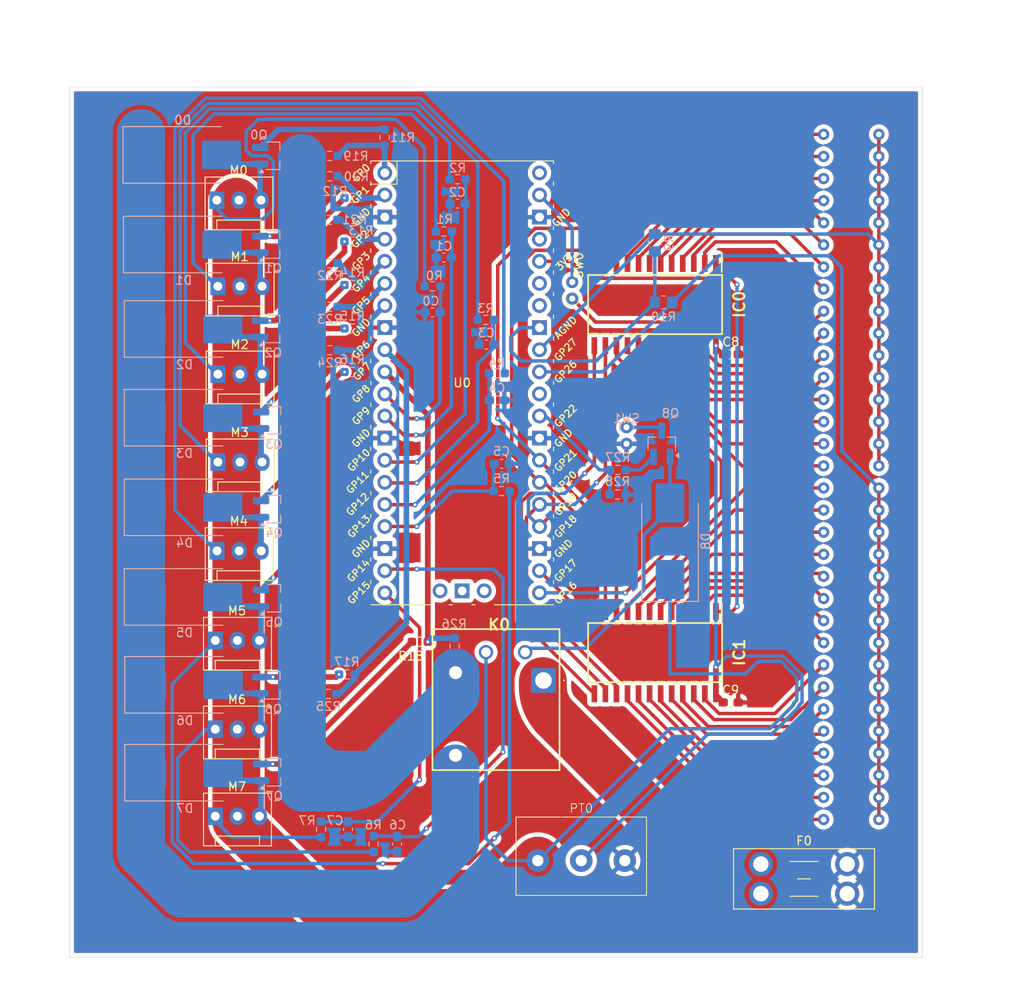
<source format=kicad_pcb>
(kicad_pcb (version 20241229) (generator "pcbnew") (generator_version "9.0")
  (layers (0 "F.Cu" mixed) (2 "B.Cu" mixed) (13 "F.Paste" user) (15 "B.Paste" user) (5 "F.SilkS" user "F.Silkscreen") (7 "B.SilkS" user "B.Silkscreen") (1 "F.Mask" user) (3 "B.Mask" user) (25 "Edge.Cuts" user))
  (net 0 "")
  (net 1 "GND")
  (net 2 "/Tacho5")
  (net 3 "/Relay_closed")
  (net 4 "/NMOS-FAN0")
  (net 5 "/NMOS-FAN1")
  (net 6 "/NMOS-FAN2")
  (net 7 "/NMOS-FAN3")
  (net 8 "/NMOS-FAN4")
  (net 9 "/NMOS-FAN5")
  (net 10 "/NMOS-FAN6")
  (net 11 "/NMOS-FAN7")
  (net 12 "Net-(D8-A)")
  (net 13 "+12V")
  (net 14 "Net-(K0-COM)")
  (net 15 "/DEMUX-Thermistor12")
  (net 16 "/DEMUX-Thermistor5")
  (net 17 "/DEMUX-Thermistor13")
  (net 18 "/DEMUX-Thermistor7")
  (net 19 "/DEMUX-Address0")
  (net 20 "/DEMUX-Thermistor3")
  (net 21 "/DEMUX(0-15)_Disable")
  (net 22 "/DEMUX-Address2")
  (net 23 "/DEMUX-Thermistor2")
  (net 24 "+5V")
  (net 25 "/DEMUX-Thermistor6")
  (net 26 "/DEMUX-Thermistor10")
  (net 27 "/DEMUX 3.3V")
  (net 28 "/DEMUX-Thermistor14")
  (net 29 "/DEMUX-Thermistor9")
  (net 30 "/DEMUX-Thermistor4")
  (net 31 "/DEMUX-Thermistor0")
  (net 32 "/DEMUX-Thermistor15")
  (net 33 "/DEMUX-Address3")
  (net 34 "/DEMUX-Thermistor1")
  (net 35 "/DEMUX-Thermistor11")
  (net 36 "/DEMUX-Thermistor8")
  (net 37 "/DEMUX-Address1")
  (net 38 "/DEMUX-Thermistor19")
  (net 39 "/DEMUX-Thermistor16")
  (net 40 "/DEMUX-Thermistor26")
  (net 41 "/DEMUX-Thermistor28")
  (net 42 "/DEMUX-Thermistor25")
  (net 43 "/DEMUX-Thermistor31")
  (net 44 "/DEMUX-Thermistor29")
  (net 45 "/DEMUX-Thermistor17")
  (net 46 "/DEMUX-Thermistor21")
  (net 47 "/DEMUX-Thermistor22")
  (net 48 "/DEMUX-Thermistor27")
  (net 49 "/DEMUX-Thermistor24")
  (net 50 "/DEMUX-Thermistor30")
  (net 51 "/DEMUX-Thermistor18")
  (net 52 "/DEMUX-Thermistor23")
  (net 53 "/DEMUX-Thermistor20")
  (net 54 "/DEMUX(16-31)_Disable")
  (net 55 "/Relay_open")
  (net 56 "/FAN_TACHO0")
  (net 57 "/FAN_TACHO1")
  (net 58 "/FAN_TACHO2")
  (net 59 "/FAN_TACHO3")
  (net 60 "/FAN_TACHO4")
  (net 61 "/FAN_TACHO5")
  (net 62 "/FAN_TACHO6")
  (net 63 "/FAN_TACHO7")
  (net 64 "Net-(Q0-G)")
  (net 65 "Net-(Q1-G)")
  (net 66 "Net-(Q2-G)")
  (net 67 "Net-(Q3-G)")
  (net 68 "Net-(Q4-G)")
  (net 69 "Net-(Q5-G)")
  (net 70 "Net-(Q6-G)")
  (net 71 "Net-(Q8-S)")
  (net 72 "Net-(Q7-G)")
  (net 73 "Net-(Q8-G)")
  (net 74 "/PWM_NMOS1")
  (net 75 "/AGND")
  (net 76 "/ADC0")
  (net 77 "/ADC1")
  (net 78 "/PWM_NMOS0")
  (net 79 "/PWM_NMOS2")
  (net 80 "/PWM_NMOS3")
  (net 81 "/PWM_NMOS4")
  (net 82 "/PWM_NMOS5")
  (net 83 "/PWM_NMOS6")
  (net 84 "/PWM_NMOS7")
  (net 85 "/Working_indicator")
  (net 86 "Net-(SW0-B)")
  (net 87 "/Tacho2")
  (net 88 "/Tacho0")
  (net 89 "/Tacho6")
  (net 90 "/Tacho1")
  (net 91 "/Tacho7")
  (net 92 "/Tacho4")
  (net 98 "/Tacho3")
  (footprint "UFC_Lib_FP:Screw_terminal" (layer "F.Cu") (at 225.8 143.9)
    (property "Reference" "PT0")
    (property "Value" "~")
  )
  (footprint "Connector:FanPinHeader_1x03_P2.54mm_Vertical" (layer "F.Cu") (at 183.74 128.8)
    (property "Reference" "M6")
    (property "Value" "Fan_3pin")
  )
  (footprint "Connector:FanPinHeader_1x03_P2.54mm_Vertical" (layer "F.Cu") (at 184.04 77.9)
    (property "Reference" "M1")
    (property "Value" "Fan_3pin")
  )
  (footprint "Connector:FanPinHeader_1x03_P2.54mm_Vertical" (layer "F.Cu") (at 183.74 118.6)
    (property "Reference" "M5")
    (property "Value" "Fan_3pin")
  )
  (footprint "UFC_Lib_FP:EP13N1S" (layer "F.Cu") (at 221.45 123.2 180)
    (property "Reference" "K0")
    (property "Value" "EP1-3N1S" (hide yes))
  )
  (footprint "Connector:FanPinHeader_1x03_P2.54mm_Vertical" (layer "F.Cu") (at 184.04 98.1)
    (property "Reference" "M3")
    (property "Value" "Fan_3pin")
  )
  (footprint "UFC_Lib_FP:NTC_connector_32x2" (layer "F.Cu") (at 258.73 90.92)
    (property "Reference" "CONN0" (hide yes))
    (property "Value" "~" (hide yes))
  )
  (footprint "Connector:FanPinHeader_1x03_P2.54mm_Vertical" (layer "F.Cu") (at 183.74 138.8)
    (property "Reference" "M7")
    (property "Value" "Fan_3pin")
  )
  (footprint "Capacitor_SMD:C_0603_1608Metric_Pad1.08x0.95mm_HandSolder" (layer "F.Cu") (at 242.9625 125.725)
    (property "Reference" "C9")
    (property "Value" "C")
  )
  (footprint "UFC_Lib_FP:RPi_Pico_TH" (layer "F.Cu") (at 212.11 89)
    (property "Reference" "U0")
    (property "Value" "Pico_1")
  )
  (footprint "Fuse:Fuseholder_Blade_Mini_Keystone_3568" (layer "F.Cu") (at 246.44 144.3)
    (property "Reference" "F0")
    (property "Value" "Main 12V Fuse")
  )
  (footprint "Connector:FanPinHeader_1x03_P2.54mm_Vertical" (layer "F.Cu") (at 184.04 88)
    (property "Reference" "M2")
    (property "Value" "Fan_3pin")
  )
  (footprint "Connector:FanPinHeader_1x03_P2.54mm_Vertical" (layer "F.Cu") (at 183.92 68)
    (property "Reference" "M0")
    (property "Value" "Fan_3pin")
  )
  (footprint "Resistor_THT:R_Axial_DIN0204_L3.6mm_D1.6mm_P1.90mm_Vertical" (layer "F.Cu") (at 224.76 79.315 90)
    (property "Reference" "SW0")
    (property "Value" "MCU Reset")
  )
  (footprint "UFC_Lib_FP:SOIC127P1030X265-24N" (layer "F.Cu") (at 234.285 120 -90)
    (property "Reference" "IC1")
    (property "Value" "CD74HCT4067M" (hide yes))
  )
  (footprint "Connector:FanPinHeader_1x03_P2.54mm_Vertical" (layer "F.Cu") (at 183.94 108.3)
    (property "Reference" "M4")
    (property "Value" "Fan_3pin")
  )
  (footprint "UFC_Lib_FP:SOIC127P1030X265-24N" (layer "F.Cu") (at 234.285 80 -90)
    (property "Reference" "IC0")
    (property "Value" "CD74HCT4067M" (hide yes))
  )
  (footprint "Resistor_SMD:R_0603_1608Metric_Pad0.98x0.95mm_HandSolder" (layer "F.Cu") (at 207.25 118.75 180)
    (property "Reference" "R18")
    (property "Value" "470R")
  )
  (footprint "Capacitor_SMD:C_0603_1608Metric_Pad1.08x0.95mm_HandSolder" (layer "F.Cu") (at 242.9925 85.725)
    (property "Reference" "C8")
    (property "Value" "1u")
  )
  (footprint "Resistor_SMD:R_0603_1608Metric_Pad0.98x0.95mm_HandSolder" (layer "B.Cu") (at 210 71.6)
    (property "Reference" "R1")
    (property "Value" "R300")
  )
  (footprint "Diode_SMD:D_SMC_Handsoldering" (layer "B.Cu") (at 180.2 113.6)
    (property "Reference" "D5")
    (property "Value" "D")
  )
  (footprint "Package_TO_SOT_SMD:SOT-23_Handsoldering" (layer "B.Cu") (at 190.42 123.7475)
    (property "Reference" "Q6")
    (property "Value" "NMOS")
  )
  (footprint "Resistor_SMD:R_0603_1608Metric_Pad0.98x0.95mm_HandSolder" (layer "B.Cu") (at 214.825 81.75)
    (property "Reference" "R3")
    (property "Value" "R300")
  )
  (footprint "Resistor_SMD:R_0603_1608Metric_Pad0.98x0.95mm_HandSolder" (layer "B.Cu") (at 216.1 87.9 180)
    (property "Reference" "R4")
    (property "Value" "R300")
  )
  (footprint "Package_TO_SOT_SMD:SOT-23_Handsoldering" (layer "B.Cu") (at 235.05 96 90)
    (property "Reference" "Q8")
    (property "Value" "NMOS")
  )
  (footprint "Resistor_SMD:R_0805_2012Metric_Pad1.20x1.40mm_HandSolder" (layer "B.Cu") (at 235.25 79.75)
    (property "Reference" "R10")
    (property "Value" "10kR")
  )
  (footprint "Resistor_THT:R_Axial_DIN0204_L3.6mm_D1.6mm_P1.90mm_Vertical" (layer "B.Cu") (at 231 94.1 -90)
    (property "Reference" "SW1")
    (property "Value" "Main Power Switch")
  )
  (footprint "Diode_SMD:D_SMC_Handsoldering" (layer "B.Cu") (at 180.2 82.8)
    (property "Reference" "D2")
    (property "Value" "D")
  )
  (footprint "Resistor_SMD:R_0603_1608Metric_Pad0.98x0.95mm_HandSolder" (layer "B.Cu") (at 201.93175 142 90)
    (property "Reference" "R6")
    (property "Value" "R300")
  )
  (footprint "Diode_SMD:D_SMC_Handsoldering" (layer "B.Cu") (at 180.045 62.8)
    (property "Reference" "D0")
    (property "Value" "D")
  )
  (footprint "Diode_SMD:D_SMC_Handsoldering" (layer "B.Cu") (at 180.1 73.1)
    (property "Reference" "D1")
    (property "Value" "D")
  )
  (footprint "Diode_SMD:D_SMC_Handsoldering" (layer "B.Cu") (at 236 107.2 90)
    (property "Reference" "D8")
    (property "Value" "D")
  )
  (footprint "Diode_SMD:D_SMC_Handsoldering" (layer "B.Cu") (at 180.245 123.7)
    (property "Reference" "D6")
    (property "Value" "D")
  )
  (footprint "Capacitor_SMD:C_0603_1608Metric_Pad1.08x0.95mm_HandSolder" (layer "B.Cu") (at 199 140.3 90)
    (property "Reference" "C7")
    (property "Value" "4.7u")
  )
  (footprint "Capacitor_SMD:C_0603_1608Metric_Pad1.08x0.95mm_HandSolder" (layer "B.Cu") (at 208.7 80.9)
    (property "Reference" "C0")
    (property "Value" "4.7u")
  )
  (footprint "Resistor_SMD:R_0603_1608Metric_Pad0.98x0.95mm_HandSolder" (layer "B.Cu") (at 203.2 60.8 90)
    (property "Reference" "R11")
    (property "Value" "470R")
  )
  (footprint "Resistor_SMD:R_0603_1608Metric_Pad0.98x0.95mm_HandSolder" (layer "B.Cu") (at 196.9 75.25)
    (property "Reference" "R22")
    (property "Value" "4.7KR")
  )
  (footprint "Resistor_SMD:R_0603_1608Metric_Pad0.98x0.95mm_HandSolder" (layer "B.Cu") (at 199.5 72.75 180)
    (property "Reference" "R13")
    (property "Value" "470R")
  )
  (footprint "Resistor_SMD:R_0603_1608Metric_Pad0.98x0.95mm_HandSolder" (layer "B.Cu") (at 208.7 77.9)
    (property "Reference" "R0")
    (property "Value" "R300")
  )
  (footprint "Resistor_SMD:R_0603_1608Metric_Pad0.98x0.95mm_HandSolder" (layer "B.Cu") (at 199.5 82.75 180)
    (property "Reference" "R15")
    (property "Value" "470R")
  )
  (footprint "Resistor_SMD:R_0603_1608Metric_Pad0.98x0.95mm_HandSolder" (layer "B.Cu") (at 196.9 65.25)
    (property "Reference" "R20")
    (property "Value" "4.7KR")
  )
  (footprint "Package_TO_SOT_SMD:SOT-23_Handsoldering" (layer "B.Cu") (at 190.4 73.1)
    (property "Reference" "Q1")
    (property "Value" "NMOS")
  )
  (footprint "Capacitor_SMD:C_0603_1608Metric_Pad1.08x0.95mm_HandSolder" (layer "B.Cu") (at 216.6375 98.3 180)
    (property "Reference" "C5")
    (property "Value" "4.7u")
  )
  (footprint "Resistor_SMD:R_0603_1608Metric_Pad0.98x0.95mm_HandSolder" (layer "B.Cu") (at 198.87 122.5 180)
    (property "Reference" "R17")
    (property "Value" "470R")
  )
  (footprint "Resistor_SMD:R_0603_1608Metric_Pad0.98x0.95mm_HandSolder" (layer "B.Cu") (at 211.25 119.25 90)
    (property "Reference" "R26")
    (property "Value" "4.7KR")
  )
  (footprint "Resistor_SMD:R_0603_1608Metric_Pad0.98x0.95mm_HandSolder" (layer "B.Cu") (at 199.5 87.75 180)
    (property "Reference" "R16")
    (property "Value" "470R")
  )
  (footprint "Package_TO_SOT_SMD:SOT-23_Handsoldering" (layer "B.Cu") (at 190.5 93.3)
    (property "Reference" "Q3")
    (property "Value" "NMOS")
  )
  (footprint "Capacitor_SMD:C_0603_1608Metric_Pad1.08x0.95mm_HandSolder" (layer "B.Cu") (at 210 74.6)
    (property "Reference" "C1")
    (property "Value" "4.7u")
  )
  (footprint "Resistor_SMD:R_0603_1608Metric_Pad0.98x0.95mm_HandSolder" (layer "B.Cu") (at 196.8625 70.25)
    (property "Reference" "R21")
    (property "Value" "4.7KR")
  )
  (footprint "Resistor_SMD:R_0603_1608Metric_Pad0.98x0.95mm_HandSolder" (layer "B.Cu") (at 211.5875 65.6)
    (property "Reference" "R2")
    (property "Value" "R300")
  )
  (footprint "Diode_SMD:D_SMC_Handsoldering" (layer "B.Cu") (at 180.245 133.8)
    (property "Reference" "D7")
    (property "Value" "D")
  )
  (footprint "Resistor_SMD:R_0603_1608Metric_Pad0.98x0.95mm_HandSolder" (layer "B.Cu") (at 199.5 67.75 180)
    (property "Reference" "R12")
    (property "Value" "470R")
  )
  (footprint "Resistor_SMD:R_0603_1608Metric_Pad0.98x0.95mm_HandSolder" (layer "B.Cu") (at 196.9 85.25)
    (property "Reference" "R24")
    (property "Value" "4.7KR")
  )
  (footprint "Resistor_SMD:R_0603_1608Metric_Pad0.98x0.95mm_HandSolder" (layer "B.Cu") (at 199.5 77.75 180)
    (property "Reference" "R14")
    (property "Value" "470R")
  )
  (footprint "Package_TO_SOT_SMD:SOT-23_Handsoldering" (layer "B.Cu") (at 190.5 113.75)
    (property "Reference" "Q5")
    (property "Value" "NMOS")
  )
  (footprint "Capacitor_SMD:C_0603_1608Metric_Pad1.08x0.95mm_HandSolder" (layer "B.Cu") (at 214.9 84.6)
    (property "Reference" "C3")
    (property "Value" "4.7u")
  )
  (footprint "Diode_SMD:D_SMC_Handsoldering" (layer "B.Cu") (at 180.2 93)
    (property "Reference" "D3")
    (property "Value" "D")
  )
  (footprint "Package_TO_SOT_SMD:SOT-23_Handsoldering" (layer "B.Cu") (at 190.5 133.75)
    (property "Reference" "Q7")
    (property "Value" "NMOS")
  )
  (footprint "Resistor_SMD:R_0603_1608Metric_Pad0.98x0.95mm_HandSolder" (layer "B.Cu") (at 196.75 124.75)
    (property "Reference" "R25")
    (property "Value" "4.7KR")
  )
  (footprint "Resistor_SMD:R_0603_1608Metric_Pad0.98x0.95mm_HandSolder" (layer "B.Cu") (at 216.6375 101.44 180)
    (property "Reference" "R5")
    (property "Value" "R300")
  )
  (footprint "Package_TO_SOT_SMD:SOT-23_Handsoldering" (layer "B.Cu") (at 190.5 103.5)
    (property "Reference" "Q4")
    (property "Value" "NMOS")
  )
  (footprint "Resistor_SMD:R_0603_1608Metric_Pad0.98x0.95mm_HandSolder" (layer "B.Cu") (at 195.9 140.3 90)
    (property "Reference" "R7")
    (property "Value" "R300")
  )
  (footprint "Capacitor_SMD:C_0603_1608Metric_Pad1.08x0.95mm_HandSolder" (layer "B.Cu") (at 204.63175 142 90)
    (property "Reference" "C6")
    (property "Value" "4.7u")
  )
  (footprint "Diode_SMD:D_SMC_Handsoldering" (layer "B.Cu") (at 180.2 103.3)
    (property "Reference" "D4")
    (property "Value" "D")
  )
  (footprint "Resistor_SMD:R_0805_2012Metric_Pad1.20x1.40mm_HandSolder" (layer "B.Cu") (at 234.25 72.9 90)
    (property "Reference" "R9")
    (property "Value" "10kR")
  )
  (footprint "Package_TO_SOT_SMD:SOT-23_Handsoldering" (layer "B.Cu") (at 190.4 62.9)
    (property "Reference" "Q0")
    (property "Value" "NMOS")
  )
  (footprint "Resistor_SMD:R_0603_1608Metric_Pad0.98x0.95mm_HandSolder" (layer "B.Cu") (at 196.9 62.9125)
    (property "Reference" "R19")
    (property "Value" "4.7KR")
  )
  (footprint "Capacitor_SMD:C_0603_1608Metric_Pad1.08x0.95mm_HandSolder" (layer "B.Cu") (at 211.5875 68.4)
    (property "Reference" "C2")
    (property "Value" "4.7u")
  )
  (footprint "Resistor_SMD:R_0603_1608Metric_Pad0.98x0.95mm_HandSolder" (layer "B.Cu") (at 229.98 101.83)
    (property "Reference" "R28")
    (property "Value" "R47k")
  )
  (footprint "Package_TO_SOT_SMD:SOT-23_Handsoldering" (layer "B.Cu") (at 190.4 82.8)
    (property "Reference" "Q2")
    (property "Value" "NMOS")
  )
  (footprint "Resistor_SMD:R_0603_1608Metric_Pad0.98x0.95mm_HandSolder" (layer "B.Cu") (at 196.9 80.25)
    (property "Reference" "R23")
    (property "Value" "4.7KR")
  )
  (footprint "Capacitor_SMD:C_0603_1608Metric_Pad1.08x0.95mm_HandSolder" (layer "B.Cu") (at 216.1 91 180)
    (property "Reference" "C4")
    (property "Value" "4.7u")
  )
  (footprint "Resistor_SMD:R_0603_1608Metric_Pad0.98x0.95mm_HandSolder" (layer "B.Cu") (at 230 99 180)
    (property "Reference" "R27")
    (property "Value" "470R")
  )
  (gr_rect (start 167 55) (end 265 155) (stroke (width 0.05)) (fill no) (layer "Edge.Cuts"))
  (segment (start 204.58175 142.9125) (end 204.63175 142.8625) (width 0.4) (layer "B.Cu") (net 1))
  (segment (start 203.23 105.5) (end 203.22 105.51) (width 0.4) (layer "F.Cu") (net 2))
  (segment (start 206.9 105.5) (end 203.23 105.5) (width 0.4) (layer "F.Cu") (net 2))
  (via (at 206.9 105.5) (size 0.6) (drill 0.3) (layers "F.Cu" "B.Cu") (net 2))
  (segment (start 215.725 101.44) (end 210.96 101.44) (width 0.4) (layer "B.Cu") (net 2))
  (segment (start 215.725 98.35) (end 215.775 98.3) (width 0.4) (layer "B.Cu") (net 2))
  (segment (start 215.725 101.44) (end 215.725 98.35) (width 0.4) (layer "B.Cu") (net 2))
  (segment (start 210.96 101.44) (end 206.9 105.5) (width 0.4) (layer "B.Cu") (net 2))
  (segment (start 205.301 147.699) (end 211.35 141.65) (width 5.5) (layer "B.Cu") (net 3))
  (segment (start 175.201 142.975066) (end 179.924934 147.699) (width 5.5) (layer "B.Cu") (net 3))
  (segment (start 179.924934 147.699) (end 205.301 147.699) (width 5.5) (layer "B.Cu") (net 3))
  (segment (start 175.201 62.602) (end 175.201 60.299) (width 5.5) (layer "B.Cu") (net 3))
  (segment (start 175.2 60.298) (end 175.2 77.799) (width 5.5) (layer "B.Cu") (net 3))
  (segment (start 175.201 60.299) (end 175.2 60.298) (width 5.5) (layer "B.Cu") (net 3))
  (segment (start 175.2 77.799) (end 175.201 77.8) (width 5.5) (layer "B.Cu") (net 3))
  (segment (start 211.35 141.65) (end 211.35 133.311018) (width 5.5) (layer "B.Cu") (net 3))
  (segment (start 175.201 77.8) (end 175.201 142.975066) (width 5.5) (layer "B.Cu") (net 3))
  (segment (start 185.55 63.85) (end 184.5 62.8) (width 0.65) (layer "B.Cu") (net 4))
  (segment (start 188.88 68) (end 188.88 63.87) (width 0.65) (layer "B.Cu") (net 4))
  (segment (start 188.88 63.87) (end 188.9 63.85) (width 0.65) (layer "B.Cu") (net 4))
  (segment (start 188.9 63.85) (end 185.55 63.85) (width 0.65) (layer "B.Cu") (net 4))
  (segment (start 188.9 74.05) (end 185.45 74.05) (width 0.65) (layer "B.Cu") (net 5))
  (segment (start 188.9 77.8) (end 189 77.9) (width 0.65) (layer "B.Cu") (net 5))
  (segment (start 185.45 74.05) (end 184.5 73.1) (width 0.65) (layer "B.Cu") (net 5))
  (segment (start 188.9 74.05) (end 188.9 77.8) (width 0.65) (layer "B.Cu") (net 5))
  (segment (start 188.9 83.75) (end 185.55 83.75) (width 0.65) (layer "B.Cu") (net 6))
  (segment (start 185.55 83.75) (end 184.6 82.8) (width 0.65) (layer "B.Cu") (net 6))
  (segment (start 188.9 83.75) (end 188.9 87.9) (width 0.65) (layer "B.Cu") (net 6))
  (segment (start 188.9 87.9) (end 189 88) (width 0.65) (layer "B.Cu") (net 6))
  (segment (start 184.6 93) (end 185.85 94.25) (width 0.65) (layer "B.Cu") (net 7))
  (segment (start 185.85 94.25) (end 189 94.25) (width 0.65) (layer "B.Cu") (net 7))
  (segment (start 189 94.25) (end 189 98.1) (width 0.65) (layer "B.Cu") (net 7))
  (segment (start 185.75 104.45) (end 189 104.45) (width 0.65) (layer "B.Cu") (net 8))
  (segment (start 184.6 103.3) (end 185.75 104.45) (width 0.65) (layer "B.Cu") (net 8))
  (segment (start 189 108.2) (end 188.9 108.3) (width 0.65) (layer "B.Cu") (net 8))
  (segment (start 189 104.45) (end 189 108.2) (width 0.65) (layer "B.Cu") (net 8))
  (segment (start 184.6 113.6) (end 185.7 114.7) (width 0.65) (layer "B.Cu") (net 9))
  (segment (start 185.7 114.7) (end 189 114.7) (width 0.65) (layer "B.Cu") (net 9))
  (segment (start 189 118.3) (end 188.7 118.6) (width 0.65) (layer "B.Cu") (net 9))
  (segment (start 189 114.7) (end 189 118.3) (width 0.65) (layer "B.Cu") (net 9))
  (segment (start 185.645 124.7) (end 184.645 123.7) (width 0.65) (layer "B.Cu") (net 10))
  (segment (start 189 124.7) (end 189 128.5) (width 0.65) (layer "B.Cu") (net 10))
  (segment (start 189 124.7) (end 185.645 124.7) (width 0.65) (layer "B.Cu") (net 10))
  (segment (start 189 128.5) (end 188.7 128.8) (width 0.65) (layer "B.Cu") (net 10))
  (segment (start 189 138.5) (end 188.7 138.8) (width 0.65) (layer "B.Cu") (net 11))
  (segment (start 185.545 134.7) (end 184.645 133.8) (width 0.65) (layer "B.Cu") (net 11))
  (segment (start 189 134.7) (end 189 138.5) (width 0.65) (layer "B.Cu") (net 11))
  (segment (start 189 134.7) (end 185.545 134.7) (width 0.65) (layer "B.Cu") (net 11))
  (segment (start 233 112.8) (end 233 106.5) (width 0.4) (layer "B.Cu") (net 12))
  (segment (start 219.35 119.95) (end 219.8 119.5) (width 0.4) (layer "B.Cu") (net 12))
  (segment (start 236 102.8) (end 236 97.5) (width 0.4) (layer "B.Cu") (net 12))
  (segment (start 236 103.5) (end 236 102.8) (width 0.4) (layer "B.Cu") (net 12))
  (segment (start 219.8 119.5) (end 226.3 119.5) (width 0.4) (layer "B.Cu") (net 12))
  (segment (start 233 106.5) (end 236 103.5) (width 0.4) (layer "B.Cu") (net 12))
  (segment (start 226.3 119.5) (end 233 112.8) (width 0.4) (layer "B.Cu") (net 12))
  (segment (start 214.78 149.92) (end 220.8 143.9) (width 5.5) (layer "F.Cu") (net 13))
  (segment (start 196.73 149.92) (end 214.78 149.92) (width 5.5) (layer "F.Cu") (net 13))
  (segment (start 186.16 132.88) (end 186.16 68.18) (width 5.5) (layer "F.Cu") (net 13))
  (segment (start 186.16 139.35) (end 196.73 149.92) (width 5.5) (layer "F.Cu") (net 13))
  (segment (start 186.16 138.8) (end 186.16 139.35) (width 5.5) (layer "F.Cu") (net 13))
  (segment (start 186.16 132.88) (end 186.16 138.8) (width 5.5) (layer "F.Cu") (net 13))
  (segment (start 250.57 125.454772) (end 250.24 125.784772) (width 0.4) (layer "B.Cu") (net 13))
  (segment (start 244.675228 122.44) (end 246.115228 121) (width 0.4) (layer "B.Cu") (net 13))
  (segment (start 250.57 122.845228) (end 250.57 125.454772) (width 0.4) (layer "B.Cu") (net 13))
  (segment (start 250.19 125.964772) (end 250.1 126.054772) (width 0.4) (layer "B.Cu") (net 13))
  (segment (start 250.24 125.874772) (end 250.19 125.924772) (width 0.4) (layer "B.Cu") (net 13))
  (segment (start 250.1 126.054772) (end 250.1 126.104772) (width 0.4) (layer "B.Cu") (net 13))
  (segment (start 250.19 125.924772) (end 250.19 125.964772) (width 0.4) (layer "B.Cu") (net 13))
  (segment (start 236 122.44) (end 244.675228 122.44) (width 0.4) (layer "B.Cu") (net 13))
  (segment (start 250.1 126.104772) (end 247.464773 128.74) (width 0.4) (layer "B.Cu") (net 13))
  (segment (start 250.24 125.784772) (end 250.24 125.874772) (width 0.4) (layer "B.Cu") (net 13))
  (segment (start 235.96 128.74) (end 220.8 143.9) (width 0.4) (layer "B.Cu") (net 13))
  (segment (start 217.4 143.9) (end 220.8 143.9) (width 0.4) (layer "B.Cu") (net 13))
  (segment (start 246.115228 121) (end 248.724772 121) (width 0.4) (layer "B.Cu") (net 13))
  (segment (start 214.85 119.95) (end 214.85 141.35) (width 0.4) (layer "B.Cu") (net 13))
  (segment (start 214.85 141.35) (end 217.4 143.9) (width 0.4) (layer "B.Cu") (net 13))
  (segment (start 247.464773 128.74) (end 235.96 128.74) (width 0.4) (layer "B.Cu") (net 13))
  (segment (start 248.724772 121) (end 250.57 122.845228) (width 0.4) (layer "B.Cu") (net 13))
  (segment (start 236 111.6) (end 236 122.44) (width 0.4) (layer "B.Cu") (net 13))
  (segment (start 246.44 144.3) (end 239.673 144.3) (width 5.5) (layer "F.Cu") (net 14))
  (segment (start 221.384407 123.940339) (end 221.384407 123.265593) (width 5.5) (layer "F.Cu") (net 14))
  (segment (start 243.073 147.7) (end 236.6865 141.3135) (width 5.5) (layer "F.Cu") (net 14))
  (segment (start 239.673 144.3) (end 236.6865 141.3135) (width 5.5) (layer "F.Cu") (net 14))
  (segment (start 246.44 147.7) (end 243.073 147.7) (width 5.5) (layer "F.Cu") (net 14))
  (segment (start 236.6865 141.3135) (end 222.848873 127.475873) (width 5.5) (layer "F.Cu") (net 14))
  (segment (start 246.44 147.7) (end 246.44 144.3) (width 5.5) (layer "F.Cu") (net 14))
  (arc (start 221.384407 123.940339) (mid 221.765009 125.853756) (end 222.848873 127.475873) (width 5.5) (layer "F.Cu") (net 14))
  (segment (start 240.465 90.92) (end 253.65 90.92) (width 0.4) (layer "F.Cu") (net 15))
  (segment (start 234.92 84.725) (end 234.92 85.375) (width 0.4) (layer "F.Cu") (net 15))
  (segment (start 234.92 85.375) (end 240.465 90.92) (width 0.4) (layer "F.Cu") (net 15))
  (segment (start 237.46 75.275) (end 237.46 74.625) (width 0.4) (layer "F.Cu") (net 16))
  (segment (start 241.585 70.5) (end 251.01 70.5) (width 0.4) (layer "F.Cu") (net 16))
  (segment (start 251.01 70.5) (end 253.65 73.14) (width 0.4) (layer "F.Cu") (net 16))
  (segment (start 237.46 74.625) (end 241.585 70.5) (width 0.4) (layer "F.Cu") (net 16))
  (segment (start 233.65 84.725) (end 233.65 85.65) (width 0.4) (layer "F.Cu") (net 17))
  (segment (start 241.46 93.46) (end 253.65 93.46) (width 0.4) (layer "F.Cu") (net 17))
  (segment (start 233.65 85.65) (end 241.46 93.46) (width 0.4) (layer "F.Cu") (net 17))
  (segment (start 248.23 72.8) (end 253.65 78.22) (width 0.4) (layer "F.Cu") (net 18))
  (segment (start 240 75.275) (end 240 74) (width 0.4) (layer "F.Cu") (net 18))
  (segment (start 241.2 72.8) (end 248.23 72.8) (width 0.4) (layer "F.Cu") (net 18))
  (segment (start 240 74) (end 241.2 72.8) (width 0.4) (layer "F.Cu") (net 18))
  (segment (start 216.2 93.09) (end 216.2 75.520818) (width 0.4) (layer "F.Cu") (net 19))
  (segment (start 226.454 71.239) (end 229.84 74.625) (width 0.4) (layer "F.Cu") (net 19))
  (segment (start 216.2 75.520818) (end 220.481818 71.239) (width 0.4) (layer "F.Cu") (net 19))
  (segment (start 229.84 74.625) (end 229.84 75.275) (width 0.4) (layer "F.Cu") (net 19))
  (segment (start 229.84 106.73) (end 221 97.89) (width 0.4) (layer "F.Cu") (net 19))
  (segment (start 220.481818 71.239) (end 226.454 71.239) (width 0.4) (layer "F.Cu") (net 19))
  (segment (start 229.84 115.275) (end 229.84 106.73) (width 0.4) (layer "F.Cu") (net 19))
  (via (at 216.2 93.09) (size 0.6) (drill 0.3) (layers "F.Cu" "B.Cu") (net 19))
  (segment (start 216.2 93.09) (end 221 97.89) (width 0.4) (layer "B.Cu") (net 19))
  (segment (start 234.92 74.625) (end 241.485 68.06) (width 0.4) (layer "F.Cu") (net 20))
  (segment (start 241.485 68.06) (end 253.65 68.06) (width 0.4) (layer "F.Cu") (net 20))
  (segment (start 234.92 75.275) (end 234.92 74.625) (width 0.4) (layer "F.Cu") (net 20))
  (segment (start 230.87 113.13) (end 241.9 102.1) (width 0.4) (layer "F.Cu") (net 21))
  (segment (start 229.84 85.94) (end 229.84 84.725) (width 0.4) (layer "F.Cu") (net 21))
  (segment (start 241.9 102.1) (end 241.9 98) (width 0.4) (layer "F.Cu") (net 21))
  (segment (start 241.9 98) (end 229.84 85.94) (width 0.4) (layer "F.Cu") (net 21))
  (via (at 230.87 113.13) (size 0.6) (drill 0.3) (layers "F.Cu" "B.Cu") (net 21))
  (segment (start 230.87 113.13) (end 221 113.13) (width 0.4) (layer "B.Cu") (net 21))
  (segment (start 219.5 104.47) (end 221 102.97) (width 0.4) (layer "F.Cu") (net 22))
  (segment (start 219.5 115.005) (end 219.5 104.47) (width 0.4) (layer "F.Cu") (net 22))
  (segment (start 228.57 99.43) (end 228.57 84.725) (width 0.4) (layer "F.Cu") (net 22))
  (segment (start 227.56 100.46) (end 227.56 100.44) (width 0.4) (layer "F.Cu") (net 22))
  (segment (start 228.57 124.725) (end 228.57 124.075) (width 0.4) (layer "F.Cu") (net 22))
  (segment (start 228.57 124.075) (end 219.5 115.005) (width 0.4) (layer "F.Cu") (net 22))
  (segment (start 227.56 100.44) (end 228.57 99.43) (width 0.4) (layer "F.Cu") (net 22))
  (via (at 227.56 100.46) (size 0.6) (drill 0.3) (layers "F.Cu" "B.Cu") (net 22))
  (segment (start 225.04 102.98) (end 225.03 102.97) (width 0.4) (layer "B.Cu") (net 22))
  (segment (start 227.56 100.46) (end 225.04 102.98) (width 0.4) (layer "B.Cu") (net 22))
  (segment (start 225.03 102.97) (end 221 102.97) (width 0.4) (layer "B.Cu") (net 22))
  (segment (start 242.755 65.52) (end 253.65 65.52) (width 0.4) (layer "F.Cu") (net 23))
  (segment (start 233.65 75.275) (end 233.65 74.625) (width 0.4) (layer "F.Cu") (net 23))
  (segment (start 233.65 74.625) (end 242.755 65.52) (width 0.4) (layer "F.Cu") (net 23))
  (segment (start 242.1 125.725) (end 241.27 124.895) (width 0.65) (layer "F.Cu") (net 24))
  (segment (start 224.76 79.315) (end 227.455 82.01) (width 0.4) (layer "F.Cu") (net 24))
  (segment (start 241.27 124.895) (end 241.27 121.665) (width 0.65) (layer "F.Cu") (net 24))
  (segment (start 241.27 84.8675) (end 242.1275 85.725) (width 0.4) (layer "F.Cu") (net 24))
  (segment (start 241.27 83.893) (end 241.27 84.725) (width 0.4) (layer "F.Cu") (net 24))
  (segment (start 239.387 82.01) (end 241.27 83.893) (width 0.4) (layer "F.Cu") (net 24))
  (segment (start 241.27 84.725) (end 241.27 84.8675) (width 0.4) (layer "F.Cu") (net 24))
  (segment (start 227.455 82.01) (end 239.387 82.01) (width 0.4) (layer "F.Cu") (net 24))
  (via (at 241.27 121.665) (size 0.6) (drill 0.3) (layers "F.Cu" "B.Cu") (net 24))
  (via (at 241.27 84.725) (size 0.6) (drill 0.3) (layers "F.Cu" "B.Cu") (net 24))
  (segment (start 250.84 126.1233) (end 250.84 126.0333) (width 0.4) (layer "B.Cu") (net 24))
  (segment (start 251.17 122.5967) (end 248.9733 120.4) (width 0.4) (layer "B.Cu") (net 24))
  (segment (start 250.84 126.0333) (end 251.17 125.7033) (width 0.4) (layer "B.Cu") (net 24))
  (segment (start 250.79 126.2133) (end 250.79 126.1733) (width 0.4) (layer "B.Cu") (net 24))
  (segment (start 250.7 126.3033) (end 250.79 126.2133) (width 0.4) (layer "B.Cu") (net 24))
  (segment (start 225.8 143.9) (end 240.36 129.34) (width 0.4) (layer "B.Cu") (net 24))
  (segment (start 240.36 129.34) (end 247.713301 129.34) (width 0.4) (layer "B.Cu") (net 24))
  (segment (start 248.9733 120.4) (end 242.535 120.4) (width 0.4) (layer "B.Cu") (net 24))
  (segment (start 250.79 126.1733) (end 250.84 126.1233) (width 0.4) (layer "B.Cu") (net 24))
  (segment (start 251.17 125.7033) (end 251.17 122.5967) (width 0.4) (layer "B.Cu") (net 24))
  (segment (start 242.535 120.4) (end 241.27 121.665) (width 0.4) (layer "B.Cu") (net 24))
  (segment (start 241.27 84.725) (end 241.27 121.665) (width 0.4) (layer "B.Cu") (net 24))
  (segment (start 247.713301 129.34) (end 250.7 126.3533) (width 0.4) (layer "B.Cu") (net 24))
  (segment (start 250.7 126.3533) (end 250.7 126.3033) (width 0.4) (layer "B.Cu") (net 24))
  (segment (start 253.65 75.68) (end 249.87 71.9) (width 0.4) (layer "F.Cu") (net 25))
  (segment (start 238.73 74.27) (end 241.1 71.9) (width 0.4) (layer "F.Cu") (net 25))
  (segment (start 249.87 71.9) (end 249.2 71.9) (width 0.4) (layer "F.Cu") (net 25))
  (segment (start 241.1 71.9) (end 249.2 71.9) (width 0.4) (layer "F.Cu") (net 25))
  (segment (start 238.73 75.275) (end 238.73 74.27) (width 0.4) (layer "F.Cu") (net 25))
  (segment (start 237.46 84.725) (end 237.46 85.46) (width 0.4) (layer "F.Cu") (net 26))
  (segment (start 237.46 85.46) (end 241 89) (width 0.4) (layer "F.Cu") (net 26))
  (segment (start 250.49 89) (end 253.65 85.84) (width 0.4) (layer "F.Cu") (net 26))
  (segment (start 241 89) (end 250.49 89) (width 0.4) (layer "F.Cu") (net 26))
  (segment (start 243.125 115.275) (end 243.7 114.7) (width 0.4) (layer "F.Cu") (net 27))
  (segment (start 243.7 77.7) (end 243.5 77.5) (width 0.4) (layer "F.Cu") (net 27))
  (segment (start 226.59 76.98) (end 224.64 75.03) (width 0.4) (layer "F.Cu") (net 27))
  (segment (start 243.5 77.5) (end 243.495 77.5) (width 0.4) (layer "F.Cu") (net 27))
  (segment (start 241.27 115.275) (end 243.125 115.275) (width 0.4) (layer "F.Cu") (net 27))
  (segment (start 224.64 75.03) (end 221 75.03) (width 0.4) (layer "F.Cu") (net 27))
  (segment (start 241.27 76.09) (end 240.38 76.98) (width 0.4) (layer "F.Cu") (net 27))
  (segment (start 240.38 76.98) (end 226.59 76.98) (width 0.4) (layer "F.Cu") (net 27))
  (segment (start 243.495 77.5) (end 241.27 75.275) (width 0.4) (layer "F.Cu") (net 27))
  (segment (start 241.27 75.275) (end 241.27 76.09) (width 0.4) (layer "F.Cu") (net 27))
  (via (at 243.7 114.7) (size 0.6) (drill 0.3) (layers "F.Cu" "B.Cu") (net 27))
  (via (at 243.7 77.7) (size 0.6) (drill 0.3) (layers "F.Cu" "B.Cu") (net 27))
  (segment (start 243.7 77.7) (end 243.7 114.7) (width 0.4) (layer "B.Cu") (net 27))
  (segment (start 243 96) (end 253.65 96) (width 0.4) (layer "F.Cu") (net 28))
  (segment (start 232.38 85.38) (end 243 96) (width 0.4) (layer "F.Cu") (net 28))
  (segment (start 232.38 84.725) (end 232.38 85.38) (width 0.4) (layer "F.Cu") (net 28))
  (segment (start 249.005339 87.944661) (end 253.65 83.3) (width 0.4) (layer "F.Cu") (net 29))
  (segment (start 238.73 85.557) (end 241.117661 87.944661) (width 0.4) (layer "F.Cu") (net 29))
  (segment (start 241.117661 87.944661) (end 249.005339 87.944661) (width 0.4) (layer "F.Cu") (net 29))
  (segment (start 238.73 84.725) (end 238.73 85.557) (width 0.4) (layer "F.Cu") (net 29))
  (segment (start 236.19 75.275) (end 236.19 74.443) (width 0.4) (layer "F.Cu") (net 30))
  (segment (start 252.45 69.4) (end 253.65 70.6) (width 0.4) (layer "F.Cu") (net 30))
  (segment (start 241.233 69.4) (end 252.45 69.4) (width 0.4) (layer "F.Cu") (net 30))
  (segment (start 236.19 74.443) (end 241.233 69.4) (width 0.4) (layer "F.Cu") (net 30))
  (segment (start 253.65 60.44) (end 245.113 60.44) (width 0.4) (layer "F.Cu") (net 31))
  (segment (start 245.113 60.44) (end 231.11 74.443) (width 0.4) (layer "F.Cu") (net 31))
  (segment (start 231.11 74.443) (end 231.11 75.275) (width 0.4) (layer "F.Cu") (net 31))
  (segment (start 231.11 85.375) (end 244.275 98.54) (width 0.4) (layer "F.Cu") (net 32))
  (segment (start 231.11 84.725) (end 231.11 85.375) (width 0.4) (layer "F.Cu") (net 32))
  (segment (start 244.275 98.54) (end 253.65 98.54) (width 0.4) (layer "F.Cu") (net 32))
  (segment (start 222.6 103.91) (end 221 105.51) (width 0.4) (layer "F.Cu") (net 33))
  (segment (start 226.2 99.4) (end 227.3 98.3) (width 0.4) (layer "F.Cu") (net 33))
  (segment (start 222.6 102.4) (end 222.6 103.91) (width 0.4) (layer "F.Cu") (net 33))
  (segment (start 227.3 98.3) (end 227.3 84.725) (width 0.4) (layer "F.Cu") (net 33))
  (segment (start 218.899 116.324) (end 218.899 102.701) (width 0.4) (layer "F.Cu") (net 33))
  (segment (start 221.9 101.7) (end 222.6 102.4) (width 0.4) (layer "F.Cu") (net 33))
  (segment (start 218.899 102.701) (end 219.9 101.7) (width 0.4) (layer "F.Cu") (net 33))
  (segment (start 219.9 101.7) (end 221.9 101.7) (width 0.4) (layer "F.Cu") (net 33))
  (segment (start 227.3 124.725) (end 218.899 116.324) (width 0.4) (layer "F.Cu") (net 33))
  (via (at 226.2 99.4) (size 0.6) (drill 0.3) (layers "F.Cu" "B.Cu") (net 33))
  (segment (start 219.72 104.23) (end 219.72 102.44) (width 0.4) (layer "B.Cu") (net 33))
  (segment (start 220.46 101.7) (end 223.9 101.7) (width 0.4) (layer "B.Cu") (net 33))
  (segment (start 221 105.51) (end 219.72 104.23) (width 0.4) (layer "B.Cu") (net 33))
  (segment (start 223.9 101.7) (end 226.2 99.4) (width 0.4) (layer "B.Cu") (net 33))
  (segment (start 219.72 102.44) (end 220.46 101.7) (width 0.4) (layer "B.Cu") (net 33))
  (segment (start 232.38 74.625) (end 244.025 62.98) (width 0.4) (layer "F.Cu") (net 34))
  (segment (start 244.025 62.98) (end 253.65 62.98) (width 0.4) (layer "F.Cu") (net 34))
  (segment (start 232.38 75.275) (end 232.38 74.625) (width 0.4) (layer "F.Cu") (net 34))
  (segment (start 251.998 90.032) (end 253.65 88.38) (width 0.4) (layer "F.Cu") (net 35))
  (segment (start 236.19 84.725) (end 236.19 85.375) (width 0.4) (layer "F.Cu") (net 35))
  (segment (start 240.847 90.032) (end 251.998 90.032) (width 0.4) (layer "F.Cu") (net 35))
  (segment (start 236.19 85.375) (end 240.847 90.032) (width 0.4) (layer "F.Cu") (net 35))
  (segment (start 240 84.725) (end 240 85.375) (width 0.4) (layer "F.Cu") (net 36))
  (segment (start 240 85.375) (end 241.625 87) (width 0.4) (layer "F.Cu") (net 36))
  (segment (start 241.625 87) (end 247.41 87) (width 0.4) (layer "F.Cu") (net 36))
  (segment (start 247.41 87) (end 253.65 80.76) (width 0.4) (layer "F.Cu") (net 36))
  (segment (start 228.57 75.275) (end 228.57 74.443) (width 0.4) (layer "F.Cu") (net 37))
  (segment (start 228.57 74.443) (end 227.887 73.76) (width 0.4) (layer "F.Cu") (net 37))
  (segment (start 221 100.43) (end 221.53 100.43) (width 0.4) (layer "F.Cu") (net 37))
  (segment (start 227.887 73.76) (end 220.44 73.76) (width 0.4) (layer "F.Cu") (net 37))
  (segment (start 228.57 107.47) (end 228.57 115.275) (width 0.4) (layer "F.Cu") (net 37))
  (segment (start 217.8 97.23) (end 221 100.43) (width 0.4) (layer "F.Cu") (net 37))
  (segment (start 221.53 100.43) (end 228.57 107.47) (width 0.4) (layer "F.Cu") (net 37))
  (segment (start 217.8 76.4) (end 217.8 97.23) (width 0.4) (layer "F.Cu") (net 37))
  (segment (start 220.44 73.76) (end 217.8 76.4) (width 0.4) (layer "F.Cu") (net 37))
  (segment (start 234.92 115.275) (end 234.92 114.625) (width 0.4) (layer "F.Cu") (net 38))
  (segment (start 240.845 108.7) (end 253.65 108.7) (width 0.4) (layer "F.Cu") (net 38))
  (segment (start 234.92 114.625) (end 240.845 108.7) (width 0.4) (layer "F.Cu") (net 38))
  (segment (start 231.11 114.625) (end 244.655 101.08) (width 0.4) (layer "F.Cu") (net 39))
  (segment (start 231.11 115.275) (end 231.11 114.625) (width 0.4) (layer "F.Cu") (net 39))
  (segment (start 244.655 101.08) (end 253.65 101.08) (width 0.4) (layer "F.Cu") (net 39))
  (segment (start 237.46 124.725) (end 237.46 125.557) (width 0.4) (layer "F.Cu") (net 40))
  (segment (start 240.403 128.5) (end 251.63 128.5) (width 0.4) (layer "F.Cu") (net 40))
  (segment (start 237.46 125.557) (end 240.403 128.5) (width 0.4) (layer "F.Cu") (net 40))
  (segment (start 251.63 128.5) (end 253.65 126.48) (width 0.4) (layer "F.Cu") (net 40))
  (segment (start 234.92 125.557) (end 240.923 131.56) (width 0.4) (layer "F.Cu") (net 41))
  (segment (start 240.923 131.56) (end 253.65 131.56) (width 0.4) (layer "F.Cu") (net 41))
  (segment (start 234.92 124.725) (end 234.92 125.557) (width 0.4) (layer "F.Cu") (net 41))
  (segment (start 249.89 127.7) (end 253.65 123.94) (width 0.4) (layer "F.Cu") (net 42))
  (segment (start 241.055 127.7) (end 249.89 127.7) (width 0.4) (layer "F.Cu") (net 42))
  (segment (start 238.73 125.375) (end 241.055 127.7) (width 0.4) (layer "F.Cu") (net 42))
  (segment (start 238.73 124.725) (end 238.73 125.375) (width 0.4) (layer "F.Cu") (net 42))
  (segment (start 231.11 125.51) (end 244.78 139.18) (width 0.4) (layer "F.Cu") (net 43))
  (segment (start 231.11 124.725) (end 231.11 125.51) (width 0.4) (layer "F.Cu") (net 43))
  (segment (start 244.78 139.18) (end 253.65 139.18) (width 0.4) (layer "F.Cu") (net 43))
  (segment (start 233.65 125.375) (end 242.375 134.1) (width 0.4) (layer "F.Cu") (net 44))
  (segment (start 233.65 124.725) (end 233.65 125.375) (width 0.4) (layer "F.Cu") (net 44))
  (segment (start 242.375 134.1) (end 253.65 134.1) (width 0.4) (layer "F.Cu") (net 44))
  (segment (start 243.385 103.62) (end 253.65 103.62) (width 0.4) (layer "F.Cu") (net 45))
  (segment (start 232.38 114.625) (end 243.385 103.62) (width 0.4) (layer "F.Cu") (net 45))
  (segment (start 232.38 115.275) (end 232.38 114.625) (width 0.4) (layer "F.Cu") (net 45))
  (segment (start 237.46 114.625) (end 240.335 111.75) (width 0.4) (layer "F.Cu") (net 46))
  (segment (start 251.62 111.75) (end 253.65 113.78) (width 0.4) (layer "F.Cu") (net 46))
  (segment (start 237.46 115.275) (end 237.46 114.625) (width 0.4) (layer "F.Cu") (net 46))
  (segment (start 240.335 111.75) (end 251.62 111.75) (width 0.4) (layer "F.Cu") (net 46))
  (segment (start 240.643 112.53) (end 249.86 112.53) (width 0.4) (layer "F.Cu") (net 47))
  (segment (start 249.86 112.53) (end 253.65 116.32) (width 0.4) (layer "F.Cu") (net 47))
  (segment (start 238.73 115.275) (end 238.73 114.443) (width 0.4) (layer "F.Cu") (net 47))
  (segment (start 238.73 114.443) (end 240.643 112.53) (width 0.4) (layer "F.Cu") (net 47))
  (segment (start 236.19 124.725) (end 236.19 125.375) (width 0.4) (layer "F.Cu") (net 48))
  (segment (start 240.185 129.37) (end 253.3 129.37) (width 0.4) (layer "F.Cu") (net 48))
  (segment (start 253.3 129.37) (end 253.65 129.02) (width 0.4) (layer "F.Cu") (net 48))
  (segment (start 236.19 125.375) (end 240.185 129.37) (width 0.4) (layer "F.Cu") (net 48))
  (segment (start 241.625 127) (end 248.05 127) (width 0.4) (layer "F.Cu") (net 49))
  (segment (start 240 125.375) (end 241.625 127) (width 0.4) (layer "F.Cu") (net 49))
  (segment (start 240 124.725) (end 240 125.375) (width 0.4) (layer "F.Cu") (net 49))
  (segment (start 248.05 127) (end 253.65 121.4) (width 0.4) (layer "F.Cu") (net 49))
  (segment (start 232.38 124.725) (end 232.38 125.557) (width 0.4) (layer "F.Cu") (net 50))
  (segment (start 232.38 125.557) (end 243.463 136.64) (width 0.4) (layer "F.Cu") (net 50))
  (segment (start 243.463 136.64) (end 253.65 136.64) (width 0.4) (layer "F.Cu") (net 50))
  (segment (start 233.65 114.625) (end 242.115 106.16) (width 0.4) (layer "F.Cu") (net 51))
  (segment (start 242.115 106.16) (end 253.65 106.16) (width 0.4) (layer "F.Cu") (net 51))
  (segment (start 233.65 115.275) (end 233.65 114.625) (width 0.4) (layer "F.Cu") (net 51))
  (segment (start 248.19 113.4) (end 253.65 118.86) (width 0.4) (layer "F.Cu") (net 52))
  (segment (start 240 115.275) (end 240 114.443) (width 0.4) (layer "F.Cu") (net 52))
  (segment (start 241.043 113.4) (end 248.19 113.4) (width 0.4) (layer "F.Cu") (net 52))
  (segment (start 240 114.443) (end 241.043 113.4) (width 0.4) (layer "F.Cu") (net 52))
  (segment (start 236.19 114.625) (end 239.915 110.9) (width 0.4) (layer "F.Cu") (net 53))
  (segment (start 236.19 115.275) (end 236.19 114.625) (width 0.4) (layer "F.Cu") (net 53))
  (segment (start 239.915 110.9) (end 253.31 110.9) (width 0.4) (layer "F.Cu") (net 53))
  (segment (start 253.31 110.9) (end 253.65 111.24) (width 0.4) (layer "F.Cu") (net 53))
  (segment (start 224.3 118.3) (end 224.3 113.89) (width 0.4) (layer "F.Cu") (net 54))
  (segment (start 224.3 113.89) (end 221 110.59) (width 0.4) (layer "F.Cu") (net 54))
  (segment (start 229.84 123.84) (end 224.3 118.3) (width 0.4) (layer "F.Cu") (net 54))
  (segment (start 229.84 124.725) (end 229.84 123.84) (width 0.4) (layer "F.Cu") (net 54))
  (segment (start 202.144466 134.035534) (end 198.326602 134.035534) (width 5.5) (layer "B.Cu") (net 55))
  (segment (start 193.7 131.48) (end 193.7 135.4) (width 5.5) (layer "B.Cu") (net 55))
  (segment (start 192 123.75) (end 193.7 125.45) (width 0.65) (layer "B.Cu") (net 55))
  (segment (start 193.7 63.153) (end 193.7 131.48) (width 5.5) (layer "B.Cu") (net 55))
  (segment (start 202.144466 134.035534) (end 211.35 124.83) (width 5.5) (layer "B.Cu") (net 55))
  (segment (start 211.35 124.83) (end 211.35 122.3) (width 5.5) (layer "B.Cu") (net 55))
  (segment (start 193.8 135.5) (end 198.608932 135.5) (width 5.5) (layer "B.Cu") (net 55))
  (arc (start 198.608932 135.5) (mid 200.522349 135.119398) (end 202.144466 134.035534) (width 5.5) (layer "B.Cu") (net 55))
  (arc (start 194.791068 132.571068) (mid 196.413185 133.654932) (end 198.326602 134.035534) (width 5.5) (layer "B.Cu") (net 55))
  (segment (start 189.2 70.2) (end 190.4 69) (width 0.4) (layer "B.Cu") (net 56))
  (segment (start 188.7 62.9) (end 187.9 62.9) (width 0.4) (layer "B.Cu") (net 56))
  (segment (start 185.1 70.2) (end 188.9 70.2) (width 0.4) (layer "B.Cu") (net 56))
  (segment (start 190.4 63.544516) (end 189.755484 62.9) (width 0.4) (layer "B.Cu") (net 56))
  (segment (start 183.8 68.9) (end 184.3 69.4) (width 0.4) (layer "B.Cu") (net 56))
  (segment (start 187.3 62.3) (end 187.3 60.1) (width 0.4) (layer "B.Cu") (net 56))
  (segment (start 189.755484 62.9) (end 188.7 62.9) (width 0.4) (layer "B.Cu") (net 56))
  (segment (start 188.7 58.7) (end 204.5 58.7) (width 0.4) (layer "B.Cu") (net 56))
  (segment (start 188.9 70.2) (end 189.2 70.2) (width 0.4) (layer "B.Cu") (net 56))
  (segment (start 190.4 65.4) (end 190.4 63.544516) (width 0.4) (layer "B.Cu") (net 56))
  (segment (start 207.7875 61.9875) (end 207.7875 77.9) (width 0.4) (layer "B.Cu") (net 56))
  (segment (start 184.3 69.4) (end 185.1 70.2) (width 0.4) (layer "B.Cu") (net 56))
  (segment (start 183.8 68) (end 183.8 68.9) (width 0.4) (layer "B.Cu") (net 56))
  (segment (start 190.4 69) (end 190.4 65.4) (width 0.4) (layer "B.Cu") (net 56))
  (segment (start 187.9 62.9) (end 187.3 62.3) (width 0.4) (layer "B.Cu") (net 56))
  (segment (start 187.3 60.1) (end 188.7 58.7) (width 0.4) (layer "B.Cu") (net 56))
  (segment (start 204.5 58.7) (end 207.7875 61.9875) (width 0.4) (layer "B.Cu") (net 56))
  (segment (start 183.6 58.1) (end 206.3 58.1) (width 0.4) (layer "B.Cu") (net 57))
  (segment (start 209.0875 60.8875) (end 209.0875 71.6) (width 0.4) (layer "B.Cu") (net 57))
  (segment (start 181.2 60.5) (end 183.6 58.1) (width 0.4) (layer "B.Cu") (net 57))
  (segment (start 206.3 58.1) (end 209.0875 60.8875) (width 0.4) (layer "B.Cu") (net 57))
  (segment (start 181.2 75.2) (end 181.2 60.5) (width 0.4) (layer "B.Cu") (net 57))
  (segment (start 184 78) (end 181.2 75.2) (width 0.4) (layer "B.Cu") (net 57))
  (segment (start 210.675 61.375) (end 210.675 65.6) (width 0.4) (layer "B.Cu") (net 58))
  (segment (start 206.799 57.499) (end 210.675 61.375) (width 0.4) (layer "B.Cu") (net 58))
  (segment (start 183.101 57.499) (end 206.799 57.499) (width 0.4) (layer "B.Cu") (net 58))
  (segment (start 183.9 88) (end 180.3 84.4) (width 0.4) (layer "B.Cu") (net 58))
  (segment (start 180.3 60.3) (end 183.101 57.499) (width 0.4) (layer "B.Cu") (net 58))
  (segment (start 180.3 84.4) (end 180.3 60.3) (width 0.4) (layer "B.Cu") (net 58))
  (segment (start 207.098 56.898) (end 213.9125 63.7125) (width 0.4) (layer "B.Cu") (net 59))
  (segment (start 179.699 93.899) (end 179.699 60.051058) (width 0.4) (layer "B.Cu") (net 59))
  (segment (start 182.852058 56.898) (end 207.098 56.898) (width 0.4) (layer "B.Cu") (net 59))
  (segment (start 213.9125 63.7125) (end 213.9125 81.75) (width 0.4) (layer "B.Cu") (net 59))
  (segment (start 179.699 60.051058) (end 182.852058 56.898) (width 0.4) (layer "B.Cu") (net 59))
  (segment (start 183.9 98.1) (end 179.699 93.899) (width 0.4) (layer "B.Cu") (net 59))
  (segment (start 207.346942 56.297) (end 216.9 65.850058) (width 0.4) (layer "B.Cu") (net 60))
  (segment (start 216.9 65.850058) (end 216.9 87.7875) (width 0.4) (layer "B.Cu") (net 60))
  (segment (start 179.098 103.598) (end 179.098 59.802116) (width 0.4) (layer "B.Cu") (net 60))
  (segment (start 216.9 87.7875) (end 217.0125 87.9) (width 0.4) (layer "B.Cu") (net 60))
  (segment (start 182.603116 56.297) (end 207.346942 56.297) (width 0.4) (layer "B.Cu") (net 60))
  (segment (start 179.098 59.802116) (end 182.603116 56.297) (width 0.4) (layer "B.Cu") (net 60))
  (segment (start 183.8 108.3) (end 179.098 103.598) (width 0.4) (layer "B.Cu") (net 60))
  (segment (start 212.85 144.25) (end 203 144.25) (width 0.4) (layer "F.Cu") (net 61))
  (segment (start 215.814549 141.324598) (end 215.775402 141.324598) (width 0.4) (layer "F.Cu") (net 61))
  (segment (start 215.775402 141.324598) (end 212.85 144.25) (width 0.4) (layer "F.Cu") (net 61))
  (via (at 203 144.25) (size 0.6) (drill 0.3) (layers "F.Cu" "B.Cu") (net 61))
  (via (at 215.814549 141.324598) (size 0.6) (drill 0.3) (layers "F.Cu" "B.Cu") (net 61))
  (segment (start 181.25 144.25) (end 203 144.25) (width 0.4) (layer "B.Cu") (net 61))
  (segment (start 183.7 118.7) (end 178.8 123.6) (width 0.4) (layer "B.Cu") (net 61))
  (segment (start 178.8 123.6) (end 178.8 123.9) (width 0.4) (layer "B.Cu") (net 61))
  (segment (start 217.55 139.589147) (end 217.55 101.44) (width 0.4) (layer "B.Cu") (net 61))
  (segment (start 215.814549 141.324598) (end 217.55 139.589147) (width 0.4) (layer "B.Cu") (net 61))
  (segment (start 178.8 123.9) (end 178.8 141.8) (width 0.4) (layer "B.Cu") (net 61))
  (segment (start 183.7 118.7) (end 183.3 118.7) (width 0.4) (layer "B.Cu") (net 61))
  (segment (start 178.8 141.8) (end 181.25 144.25) (width 0.4) (layer "B.Cu") (net 61))
  (segment (start 179.424971 141.575029) (end 179.424971 132.075029) (width 0.4) (layer "B.Cu") (net 62))
  (segment (start 179.424971 132.075029) (end 182.7 128.8) (width 0.4) (layer "B.Cu") (net 62))
  (segment (start 201.93175 142.9125) (end 180.762442 142.9125) (width 0.4) (layer "B.Cu") (net 62))
  (segment (start 182.7 128.8) (end 183.6 128.8) (width 0.4) (layer "B.Cu") (net 62))
  (segment (start 180.762442 142.9125) (end 179.424971 141.575029) (width 0.4) (layer "B.Cu") (net 62))
  (segment (start 185.6125 141.2125) (end 183.5 139.1) (width 0.4) (layer "B.Cu") (net 63))
  (segment (start 183.7 138.9) (end 183.5 139.1) (width 0.4) (layer "B.Cu") (net 63))
  (segment (start 183.8 138.9) (end 183.7 138.9) (width 0.4) (layer "B.Cu") (net 63))
  (segment (start 195.9 141.2125) (end 185.6125 141.2125) (width 0.4) (layer "B.Cu") (net 63))
  (segment (start 190.973 59.877) (end 188.9 61.95) (width 0.65) (layer "B.Cu") (net 64))
  (segment (start 203.2 59.8875) (end 203.1895 59.877) (width 0.65) (layer "B.Cu") (net 64))
  (segment (start 203.1895 59.877) (end 190.973 59.877) (width 0.65) (layer "B.Cu") (net 64))
  (segment (start 190 72.15) (end 194.1875 72.15) (width 0.65) (layer "F.Cu") (net 65))
  (segment (start 194.1875 72.15) (end 198.5875 67.75) (width 0.65) (layer "F.Cu") (net 65))
  (via (at 198.5875 67.75) (size 0.6) (drill 0.3) (layers "F.Cu" "B.Cu") (net 65))
  (via (at 190 72.15) (size 0.6) (drill 0.3) (layers "F.Cu" "B.Cu") (net 65))
  (segment (start 190 72.15) (end 188.9 72.15) (width 0.65) (layer "B.Cu") (net 65))
  (segment (start 190.65 81.85) (end 198.5875 73.9125) (width 0.65) (layer "F.Cu") (net 66))
  (segment (start 190 81.85) (end 190.65 81.85) (width 0.65) (layer "F.Cu") (net 66))
  (segment (start 198.5875 73.9125) (end 198.5875 72.75) (width 0.65) (layer "F.Cu") (net 66))
  (via (at 198.5875 72.75) (size 0.6) (drill 0.3) (layers "F.Cu" "B.Cu") (net 66))
  (via (at 190 81.85) (size 0.6) (drill 0.3) (layers "F.Cu" "B.Cu") (net 66))
  (segment (start 190 81.85) (end 188.9 81.85) (width 0.65) (layer "B.Cu") (net 66))
  (segment (start 190.175 91.175) (end 192.5 88.85) (width 0.65) (layer "F.Cu") (net 67))
  (segment (start 192.5 83.8375) (end 198.5875 77.75) (width 0.65) (layer "F.Cu") (net 67))
  (segment (start 192.5 88.85) (end 192.5 83.8375) (width 0.65) (layer "F.Cu") (net 67))
  (via (at 190.175 91.175) (size 0.6) (drill 0.3) (layers "F.Cu" "B.Cu") (net 67))
  (via (at 198.5875 77.75) (size 0.6) (drill 0.3) (layers "F.Cu" "B.Cu") (net 67))
  (segment (start 190.175 91.175) (end 189 92.35) (width 0.65) (layer "B.Cu") (net 67))
  (segment (start 194.25 84.75) (end 196.25 82.75) (width 0.65) (layer "F.Cu") (net 68))
  (segment (start 196.25 82.75) (end 198.5875 82.75) (width 0.65) (layer "F.Cu") (net 68))
  (segment (start 190.275 101.275) (end 194.25 97.3) (width 0.65) (layer "F.Cu") (net 68))
  (segment (start 194.25 97.3) (end 194.25 84.75) (width 0.65) (layer "F.Cu") (net 68))
  (via (at 198.5875 82.75) (size 0.6) (drill 0.3) (layers "F.Cu" "B.Cu") (net 68))
  (via (at 190.275 101.275) (size 0.6) (drill 0.3) (layers "F.Cu" "B.Cu") (net 68))
  (segment (start 190.275 101.275) (end 189 102.55) (width 0.65) (layer "B.Cu") (net 68))
  (segment (start 195.25 90.75) (end 198.25 87.75) (width 0.65) (layer "F.Cu") (net 69))
  (segment (start 198.25 87.75) (end 198.5875 87.75) (width 0.65) (layer "F.Cu") (net 69))
  (segment (start 195.25 106.55) (end 195.25 90.75) (width 0.65) (layer "F.Cu") (net 69))
  (segment (start 190.4 111.4) (end 195.25 106.55) (width 0.65) (layer "F.Cu") (net 69))
  (via (at 190.4 111.4) (size 0.6) (drill 0.3) (layers "F.Cu" "B.Cu") (net 69))
  (via (at 198.5875 87.75) (size 0.6) (drill 0.3) (layers "F.Cu" "B.Cu") (net 69))
  (segment (start 190.4 111.4) (end 189 112.8) (width 0.65) (layer "B.Cu") (net 69))
  (segment (start 190.36 122.8) (end 197.6575 122.8) (width 0.65) (layer "F.Cu") (net 70))
  (segment (start 197.6575 122.8) (end 197.9575 122.5) (width 0.65) (layer "F.Cu") (net 70))
  (via (at 190.36 122.8) (size 0.6) (drill 0.3) (layers "F.Cu" "B.Cu") (net 70))
  (via (at 197.9575 122.5) (size 0.6) (drill 0.3) (layers "F.Cu" "B.Cu") (net 70))
  (segment (start 188.9225 122.8) (end 188.92 122.7975) (width 0.65) (layer "B.Cu") (net 70))
  (segment (start 190.36 122.8) (end 188.9225 122.8) (width 0.65) (layer "B.Cu") (net 70))
  (segment (start 234.65 94.1) (end 231 94.1) (width 0.4) (layer "B.Cu") (net 71))
  (segment (start 235.05 94.5) (end 234.65 94.1) (width 0.4) (layer "B.Cu") (net 71))
  (segment (start 190.34 132.8) (end 192.2875 132.8) (width 0.65) (layer "F.Cu") (net 72))
  (segment (start 192.2875 132.8) (end 206.3375 118.75) (width 0.65) (layer "F.Cu") (net 72))
  (via (at 190.34 132.8) (size 0.6) (drill 0.3) (layers "F.Cu" "B.Cu") (net 72))
  (segment (start 190.34 132.8) (end 189 132.8) (width 0.65) (layer "B.Cu") (net 72))
  (segment (start 232.6 99) (end 234.1 97.5) (width 0.4) (layer "B.Cu") (net 73))
  (segment (start 230.9125 99) (end 232.6 99) (width 0.4) (layer "B.Cu") (net 73))
  (segment (start 202.88 67.75) (end 203.22 67.41) (width 0.65) (layer "B.Cu") (net 74))
  (segment (start 200.4125 67.65) (end 198.0125 65.25) (width 0.65) (layer "B.Cu") (net 74))
  (segment (start 200.4125 67.75) (end 202.88 67.75) (width 0.65) (layer "B.Cu") (net 74))
  (segment (start 200.4125 67.75) (end 200.4125 67.65) (width 0.65) (layer "B.Cu") (net 74))
  (segment (start 217.7 83.75) (end 218.8 82.65) (width 0.4) (layer "B.Cu") (net 75))
  (segment (start 217.7 85.35) (end 217.7 83.75) (width 0.4) (layer "B.Cu") (net 75))
  (segment (start 234.25 73.9) (end 234.25 79.75) (width 0.4) (layer "B.Cu") (net 75))
  (segment (start 218.829 86.479) (end 217.7 85.35) (width 0.4) (layer "B.Cu") (net 75))
  (segment (start 234.25 79.75) (end 227.521 86.479) (width 0.4) (layer "B.Cu") (net 75))
  (segment (start 218.8 82.65) (end 221 82.65) (width 0.4) (layer "B.Cu") (net 75))
  (segment (start 227.521 86.479) (end 218.829 86.479) (width 0.4) (layer "B.Cu") (net 75))
  (segment (start 260 60.44) (end 260 98.54) (width 0.4) (layer "F.Cu") (net 76))
  (segment (start 234.25 71.94) (end 221 85.19) (width 0.4) (layer "B.Cu") (net 76))
  (segment (start 258.76 71.9) (end 234.9 71.9) (width 0.4) (layer "B.Cu") (net 76))
  (segment (start 260 73.14) (end 258.76 71.9) (width 0.4) (layer "B.Cu") (net 76))
  (segment (start 234.25 71.9) (end 234.25 71.94) (width 0.4) (layer "B.Cu") (net 76))
  (segment (start 260 101.08) (end 260 139.18) (width 0.4) (layer "F.Cu") (net 77))
  (segment (start 255.75 75.75) (end 254.4 74.4) (width 0.4) (layer "B.Cu") (net 77))
  (segment (start 260 101.08) (end 255.75 96.83) (width 0.4) (layer "B.Cu") (net 77))
  (segment (start 254.4 74.4) (end 241.6 74.4) (width 0.4) (layer "B.Cu") (net 77))
  (segment (start 255.75 96.83) (end 255.75 75.75) (width 0.4) (layer "B.Cu") (net 77))
  (segment (start 228.27 87.73) (end 221 87.73) (width 0.4) (layer "B.Cu") (net 77))
  (segment (start 236.25 79.75) (end 228.27 87.73) (width 0.4) (layer "B.Cu") (net 77))
  (segment (start 241.6 74.4) (end 236.25 79.75) (width 0.4) (layer "B.Cu") (net 77))
  (segment (start 199.0125 61.7125) (end 197.8125 62.9125) (width 0.65) (layer "B.Cu") (net 78))
  (segment (start 203.2 61.7125) (end 203.2 64.85) (width 0.65) (layer "B.Cu") (net 78))
  (segment (start 203.2 61.7125) (end 199.0125 61.7125) (width 0.65) (layer "B.Cu") (net 78))
  (segment (start 203.2 64.85) (end 203.22 64.87) (width 0.65) (layer "B.Cu") (net 78))
  (segment (start 200.6725 72.49) (end 200.4125 72.75) (width 0.65) (layer "B.Cu") (net 79))
  (segment (start 198.25 70.25) (end 197.775 70.25) (width 0.65) (layer "B.Cu") (net 79))
  (segment (start 203.22 72.49) (end 200.6725 72.49) (width 0.65) (layer "B.Cu") (net 79))
  (segment (start 200.4125 72.75) (end 200.4125 72.4125) (width 0.65) (layer "B.Cu") (net 79))
  (segment (start 200.4125 72.4125) (end 198.25 70.25) (width 0.65) (layer "B.Cu") (net 79))
  (segment (start 203.1325 75.03) (end 200.4125 77.75) (width 0.65) (layer "B.Cu") (net 80))
  (segment (start 197.9125 75.25) (end 200.4125 77.75) (width 0.65) (layer "B.Cu") (net 80))
  (segment (start 203.22 75.03) (end 203.1325 75.03) (width 0.65) (layer "B.Cu") (net 80))
  (segment (start 197.8125 75.25) (end 197.9125 75.25) (width 0.65) (layer "B.Cu") (net 80))
  (segment (start 199 80.25) (end 200.285 80.25) (width 0.65) (layer "B.Cu") (net 81))
  (segment (start 197.8125 80.25) (end 199 80.25) (width 0.65) (layer "B.Cu") (net 81))
  (segment (start 203.22 77.57) (end 201.02 79.77) (width 0.65) (layer "B.Cu") (net 81))
  (segment (start 200.54 80.25) (end 201.02 79.77) (width 0.65) (layer "B.Cu") (net 81))
  (segment (start 200.4125 80.3775) (end 200.4125 82.75) (width 0.65) (layer "B.Cu") (net 81))
  (segment (start 201.02 79.77) (end 200.4125 80.3775) (width 0.65) (layer "B.Cu") (net 81))
  (segment (start 199 80.25) (end 200.54 80.25) (width 0.65) (layer "B.Cu") (net 81))
  (segment (start 200.285 80.25) (end 200.4125 80.3775) (width 0.65) (layer "B.Cu") (net 81))
  (segment (start 200.5 85.25) (end 201.6 84.15) (width 0.65) (layer "B.Cu") (net 82))
  (segment (start 201.6 81.73) (end 203.22 80.11) (width 0.65) (layer "B.Cu") (net 82))
  (segment (start 197.8125 85.25) (end 197.9125 85.25) (width 0.65) (layer "B.Cu") (net 82))
  (segment (start 201.6 84.15) (end 201.6 81.73) (width 0.65) (layer "B.Cu") (net 82))
  (segment (start 197.9125 85.25) (end 200.4125 87.75) (width 0.65) (layer "B.Cu") (net 82))
  (segment (start 197.8125 85.25) (end 200.5 85.25) (width 0.65) (layer "B.Cu") (net 82))
  (segment (start 205.7 87.67) (end 203.22 85.19) (width 0.65) (layer "B.Cu") (net 83))
  (segment (start 199.7825 122.5) (end 205.7 116.5825) (width 0.65) (layer "B.Cu") (net 83))
  (segment (start 197.6625 124.75) (end 198 124.75) (width 0.65) (layer "B.Cu") (net 83))
  (segment (start 199.7825 122.9675) (end 199.7825 122.5) (width 0.65) (layer "B.Cu") (net 83))
  (segment (start 205.7 116.5825) (end 205.7 87.67) (width 0.65) (layer "B.Cu") (net 83))
  (segment (start 198 124.75) (end 199.7825 122.9675) (width 0.65) (layer "B.Cu") (net 83))
  (segment (start 208.1625 118.75) (end 208.1625 92.6725) (width 0.65) (layer "F.Cu") (net 84))
  (segment (start 208.1625 92.6725) (end 203.22 87.73) (width 0.65) (layer "F.Cu") (net 84))
  (via (at 208.1625 118.75) (size 0.6) (drill 0.3) (layers "F.Cu" "B.Cu") (net 84))
  (segment (start 211.25 118.3375) (end 208.575 118.3375) (width 0.65) (layer "B.Cu") (net 84))
  (segment (start 208.1625 118.75) (end 208.575 118.3375) (width 0.65) (layer "B.Cu") (net 84))
  (segment (start 229.0875 101.81) (end 229.0675 101.83) (width 0.4) (layer "B.Cu") (net 85))
  (segment (start 229.0875 99) (end 229.0875 101.81) (width 0.4) (layer "B.Cu") (net 85))
  (segment (start 221 92.81) (end 221.71 92.81) (width 0.4) (layer "B.Cu") (net 85))
  (segment (start 221.71 92.81) (end 227.9 99) (width 0.4) (layer "B.Cu") (net 85))
  (segment (start 227.9 99) (end 229.0875 99) (width 0.4) (layer "B.Cu") (net 85))
  (segment (start 224.76 71.17) (end 224.76 77.415) (width 0.4) (layer "B.Cu") (net 86))
  (segment (start 221 67.41) (end 224.76 71.17) (width 0.4) (layer "B.Cu") (net 86))
  (segment (start 203.43 98.1) (end 203.22 97.89) (width 0.4) (layer "F.Cu") (net 87))
  (segment (start 206.9 98.1) (end 203.43 98.1) (width 0.4) (layer "F.Cu") (net 87))
  (via (at 206.9 98.1) (size 0.6) (drill 0.3) (layers "F.Cu" "B.Cu") (net 87))
  (segment (start 212.45 92.55) (end 206.9 98.1) (width 0.4) (layer "B.Cu") (net 87))
  (segment (start 212.5 68.35) (end 212.45 68.4) (width 0.4) (layer "B.Cu") (net 87))
  (segment (start 212.45 68.4) (end 212.45 92.55) (width 0.4) (layer "B.Cu") (net 87))
  (segment (start 212.5 65.6) (end 212.5 68.35) (width 0.4) (layer "B.Cu") (net 87))
  (segment (start 206.9 93.1) (end 206.05 93.1) (width 0.4) (layer "F.Cu") (net 88))
  (segment (start 206.05 93.1) (end 203.22 90.27) (width 0.4) (layer "F.Cu") (net 88))
  (via (at 206.9 93.1) (size 0.6) (drill 0.3) (layers "F.Cu" "B.Cu") (net 88))
  (segment (start 209.5625 91.2375) (end 208.9 91.9) (width 0.4) (layer "B.Cu") (net 88))
  (segment (start 209.6125 80.85) (end 209.5625 80.9) (width 0.4) (layer "B.Cu") (net 88))
  (segment (start 207.7 93.1) (end 208.9 91.9) (width 0.4) (layer "B.Cu") (net 88))
  (segment (start 209.6125 77.9) (end 209.6125 80.85) (width 0.4) (layer "B.Cu") (net 88))
  (segment (start 206.9 93.1) (end 207.7 93.1) (width 0.4) (layer "B.Cu") (net 88))
  (segment (start 209.5625 80.9) (end 209.5625 91.2375) (width 0.4) (layer "B.Cu") (net 88))
  (segment (start 206.9 110.4) (end 203.41 110.4) (width 0.4) (layer "F.Cu") (net 89))
  (segment (start 203.41 110.4) (end 203.22 110.59) (width 0.4) (layer "F.Cu") (net 89))
  (segment (start 208 140.2) (end 216.8 131.4) (width 0.4) (layer "F.Cu") (net 89))
  (via (at 216.8 131.4) (size 0.6) (drill 0.3) (layers "F.Cu" "B.Cu") (net 89))
  (via (at 206.9 110.4) (size 0.6) (drill 0.3) (layers "F.Cu" "B.Cu") (net 89))
  (via (at 208 140.2) (size 0.6) (drill 0.3) (layers "F.Cu" "B.Cu") (net 89))
  (segment (start 216.8 111.5) (end 215.7 110.4) (width 0.4) (layer "B.Cu") (net 89))
  (segment (start 207.0625 141.1375) (end 208 140.2) (width 0.4) (layer "B.Cu") (net 89))
  (segment (start 216.8 131.4) (end 216.8 111.5) (width 0.4) (layer "B.Cu") (net 89))
  (segment (start 201.93175 141.0875) (end 204.58175 141.0875) (width 0.4) (layer "B.Cu") (net 89))
  (segment (start 204.63175 141.1375) (end 207.0625 141.1375) (width 0.4) (layer "B.Cu") (net 89))
  (segment (start 215.7 110.4) (end 206.9 110.4) (width 0.4) (layer "B.Cu") (net 89))
  (segment (start 204.58175 141.0875) (end 204.63175 141.1375) (width 0.4) (layer "B.Cu") (net 89))
  (segment (start 206.8 95) (end 205.41 95) (width 0.4) (layer "F.Cu") (net 90))
  (segment (start 205.41 95) (end 203.22 92.81) (width 0.4) (layer "F.Cu") (net 90))
  (via (at 206.8 95) (size 0.6) (drill 0.3) (layers "F.Cu" "B.Cu") (net 90))
  (segment (start 210.8625 91.7375) (end 210.8625 74.6) (width 0.4) (layer "B.Cu") (net 90))
  (segment (start 207.6 95) (end 210.8625 91.7375) (width 0.4) (layer "B.Cu") (net 90))
  (segment (start 210.9125 74.55) (end 210.8625 74.6) (width 0.4) (layer "B.Cu") (net 90))
  (segment (start 210.9125 71.6) (end 210.9125 74.55) (width 0.4) (layer "B.Cu") (net 90))
  (segment (start 206.8 95) (end 207.6 95) (width 0.4) (layer "B.Cu") (net 90))
  (segment (start 207.2 134.6) (end 207.226 134.574) (width 0.4) (layer "F.Cu") (net 91))
  (segment (start 207.226 117.136) (end 203.22 113.13) (width 0.4) (layer "F.Cu") (net 91))
  (segment (start 207.226 134.574) (end 207.226 117.136) (width 0.4) (layer "F.Cu") (net 91))
  (via (at 207.2 134.6) (size 0.6) (drill 0.3) (layers "F.Cu" "B.Cu") (net 91))
  (segment (start 202.3625 139.4375) (end 207.2 134.6) (width 0.4) (layer "B.Cu") (net 91))
  (segment (start 199 139.4375) (end 202.3625 139.4375) (width 0.4) (layer "B.Cu") (net 91))
  (segment (start 199 139.4375) (end 195.95 139.4375) (width 0.4) (layer "B.Cu") (net 91))
  (segment (start 195.95 139.4375) (end 195.9 139.3875) (width 0.4) (layer "B.Cu") (net 91))
  (segment (start 206.7 103) (end 203.25 103) (width 0.4) (layer "F.Cu") (net 92))
  (segment (start 203.25 103) (end 203.22 102.97) (width 0.4) (layer "F.Cu") (net 92))
  (via (at 206.7 103) (size 0.6) (drill 0.3) (layers "F.Cu" "B.Cu") (net 92))
  (segment (start 215.2375 94.4625) (end 206.7 103) (width 0.4) (layer "B.Cu") (net 92))
  (segment (start 215.2375 91) (end 215.2375 94.4625) (width 0.4) (layer "B.Cu") (net 92))
  (segment (start 215.1875 90.95) (end 215.2375 91) (width 0.4) (layer "B.Cu") (net 92))
  (segment (start 215.1875 87.9) (end 215.1875 90.95) (width 0.4) (layer "B.Cu") (net 92))
  (segment (start 203.29 100.5) (end 203.22 100.43) (width 0.4) (layer "F.Cu") (net 98))
  (segment (start 206.9 100.5) (end 203.29 100.5) (width 0.4) (layer "F.Cu") (net 98))
  (via (at 206.9 100.5) (size 0.6) (drill 0.3) (layers "F.Cu" "B.Cu") (net 98))
  (segment (start 215.7625 84.6) (end 215.7625 84.9375) (width 0.4) (layer "B.Cu") (net 98))
  (segment (start 215.7375 81.75) (end 215.7375 84.575) (width 0.4) (layer "B.Cu") (net 98))
  (segment (start 215.7375 84.575) (end 215.7625 84.6) (width 0.4) (layer "B.Cu") (net 98))
  (segment (start 213.9 93.5) (end 206.9 100.5) (width 0.4) (layer "B.Cu") (net 98))
  (segment (start 215.7625 84.9375) (end 213.9 86.8) (width 0.4) (layer "B.Cu") (net 98))
  (segment (start 213.9 86.8) (end 213.9 93.5) (width 0.4) (layer "B.Cu") (net 98))
  (zone (net 1) (net_name "GND") (layers "F.Cu" "B.Cu") (connect_pads (clearance 0.5)) (min_thickness 0.25) (fill yes (thermal_gap 0.5) (thermal_bridge_width 0.5))
    (polygon (pts (xy 165 47) (xy 274 45) (xy 276.7 144.1) (xy 267.6 160.6) (xy 163 158) (xy 159 52)))
  )
)
</source>
